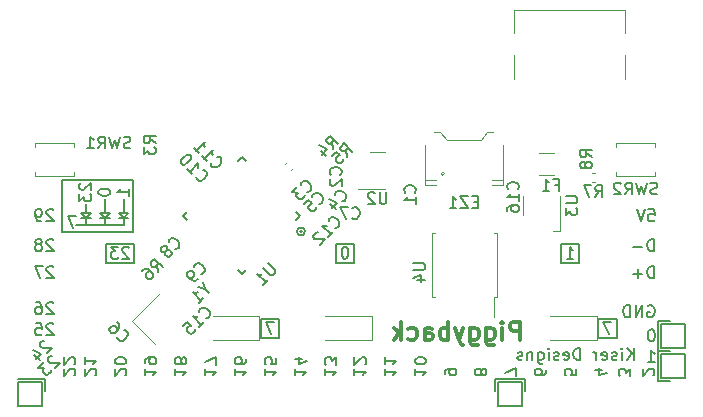
<source format=gbr>
%TF.GenerationSoftware,KiCad,Pcbnew,(6.0.10)*%
%TF.CreationDate,2023-03-18T11:22:51-05:00*%
%TF.ProjectId,Piggyback_2_0,50696767-7962-4616-936b-5f325f302e6b,rev?*%
%TF.SameCoordinates,Original*%
%TF.FileFunction,Legend,Bot*%
%TF.FilePolarity,Positive*%
%FSLAX46Y46*%
G04 Gerber Fmt 4.6, Leading zero omitted, Abs format (unit mm)*
G04 Created by KiCad (PCBNEW (6.0.10)) date 2023-03-18 11:22:51*
%MOMM*%
%LPD*%
G01*
G04 APERTURE LIST*
%ADD10C,0.150000*%
%ADD11C,0.200000*%
%ADD12C,0.300000*%
%ADD13C,0.120000*%
%ADD14C,0.127000*%
G04 APERTURE END LIST*
D10*
X90012500Y-81762500D02*
X90012500Y-81562500D01*
X89612500Y-80762500D02*
X90412500Y-80762500D01*
X121443750Y-94773750D02*
X121443750Y-95789750D01*
X88412500Y-80762500D02*
X88412500Y-80562500D01*
X130175000Y-91281250D02*
X130175000Y-89693750D01*
D11*
X135509000Y-92646500D02*
X137541000Y-92646500D01*
X137541000Y-92646500D02*
X137541000Y-94678500D01*
X137541000Y-94678500D02*
X135509000Y-94678500D01*
X135509000Y-94678500D02*
X135509000Y-92646500D01*
D10*
X90012500Y-80762500D02*
X90012500Y-80562500D01*
X136270999Y-89852500D02*
X135255000Y-89852500D01*
X90812500Y-77962500D02*
X90812500Y-82362500D01*
X88812500Y-81162500D02*
X88012500Y-81162500D01*
X90884375Y-84931250D02*
X88503125Y-84931250D01*
X88412500Y-81162500D02*
X88812500Y-81162500D01*
X128587500Y-84931250D02*
X127000000Y-84931250D01*
X127000000Y-83343750D02*
X128587500Y-83343750D01*
D11*
X135509000Y-90106500D02*
X137541000Y-90106500D01*
X137541000Y-90106500D02*
X137541000Y-92138500D01*
X137541000Y-92138500D02*
X135509000Y-92138500D01*
X135509000Y-92138500D02*
X135509000Y-90106500D01*
D10*
X86812500Y-81562500D02*
X86812500Y-81162500D01*
X86812500Y-81162500D02*
X86412500Y-80762500D01*
X90012500Y-81162500D02*
X89612500Y-81162500D01*
X86812500Y-80762500D02*
X86812500Y-80562500D01*
X107950000Y-83343750D02*
X109537500Y-83343750D01*
X87212500Y-81162500D02*
X86412500Y-81162500D01*
X131762500Y-89693750D02*
X131762500Y-91281250D01*
X105357702Y-82288325D02*
G75*
G03*
X105357702Y-82288325I-342422J0D01*
G01*
X103187500Y-89693750D02*
X103187500Y-91281250D01*
X123983750Y-95789750D02*
X123983750Y-94773750D01*
X89612500Y-81162500D02*
X90412500Y-81162500D01*
X130175000Y-89693750D02*
X131762500Y-89693750D01*
X83343750Y-94773750D02*
X83343750Y-95789750D01*
X109537500Y-83343750D02*
X109537500Y-84931250D01*
X86812500Y-81762500D02*
X86812500Y-81562500D01*
X128587500Y-83343750D02*
X128587500Y-84931250D01*
X90812500Y-82362500D02*
X84812500Y-82362500D01*
X90412500Y-80762500D02*
X90012500Y-81162500D01*
X88503125Y-83343750D02*
X90884375Y-83343750D01*
X109537500Y-84931250D02*
X107950000Y-84931250D01*
X127000000Y-84931250D02*
X127000000Y-83343750D01*
X81057750Y-94773750D02*
X83343750Y-94773750D01*
X135255000Y-92392500D02*
X136271000Y-92392500D01*
D11*
X121697750Y-95027750D02*
X123729750Y-95027750D01*
X123729750Y-95027750D02*
X123729750Y-97059750D01*
X123729750Y-97059750D02*
X121697750Y-97059750D01*
X121697750Y-97059750D02*
X121697750Y-95027750D01*
D10*
X90884375Y-83343750D02*
X90884375Y-84931250D01*
X101600000Y-89693750D02*
X103187500Y-89693750D01*
X88412500Y-81562500D02*
X88412500Y-81762500D01*
X135255000Y-92392500D02*
X135255000Y-94932499D01*
X87212500Y-80762500D02*
X86812500Y-81162500D01*
X131762500Y-91281250D02*
X130175000Y-91281250D01*
X88503125Y-84931250D02*
X88503125Y-83343750D01*
X88812500Y-80762500D02*
X88412500Y-81162500D01*
X101600000Y-91281250D02*
X101600000Y-89693750D01*
X90012500Y-81162500D02*
X89612500Y-80762500D01*
X123983750Y-94773750D02*
X121443750Y-94773750D01*
X84812500Y-82362500D02*
X84812500Y-77962500D01*
X90012500Y-81362500D02*
X90012500Y-81162500D01*
X88412500Y-79962500D02*
X88412500Y-79562500D01*
X88412500Y-79962500D02*
X88412500Y-80562500D01*
X86812500Y-81162500D02*
X87212500Y-81162500D01*
X103187500Y-91281250D02*
X101600000Y-91281250D01*
X86012500Y-81762500D02*
X90012500Y-81762500D01*
X88412500Y-81162500D02*
X88012500Y-80762500D01*
D11*
X81057750Y-95027750D02*
X83089750Y-95027750D01*
X83089750Y-95027750D02*
X83089750Y-97059750D01*
X83089750Y-97059750D02*
X81057750Y-97059750D01*
X81057750Y-97059750D02*
X81057750Y-95027750D01*
D10*
X90012500Y-80562500D02*
X90012500Y-79962500D01*
X86812500Y-80562500D02*
X86812500Y-79962500D01*
X90012500Y-79962500D02*
X90012500Y-79562500D01*
X135255000Y-89852500D02*
X135255000Y-92392500D01*
X107950000Y-84931250D02*
X107950000Y-83343750D01*
X86412500Y-80762500D02*
X87212500Y-80762500D01*
X88412500Y-81562500D02*
X88412500Y-81162500D01*
X84812500Y-77962500D02*
X90812500Y-77962500D01*
X135255000Y-94932499D02*
X136271000Y-94932500D01*
X88012500Y-80762500D02*
X88812500Y-80762500D01*
X90012500Y-81562500D02*
X90012500Y-81362500D01*
X134395595Y-88590500D02*
X134490833Y-88542880D01*
X134633690Y-88542880D01*
X134776547Y-88590500D01*
X134871785Y-88685738D01*
X134919404Y-88780976D01*
X134967023Y-88971452D01*
X134967023Y-89114309D01*
X134919404Y-89304785D01*
X134871785Y-89400023D01*
X134776547Y-89495261D01*
X134633690Y-89542880D01*
X134538452Y-89542880D01*
X134395595Y-89495261D01*
X134347976Y-89447642D01*
X134347976Y-89114309D01*
X134538452Y-89114309D01*
X133919404Y-89542880D02*
X133919404Y-88542880D01*
X133347976Y-89542880D01*
X133347976Y-88542880D01*
X132871785Y-89542880D02*
X132871785Y-88542880D01*
X132633690Y-88542880D01*
X132490833Y-88590500D01*
X132395595Y-88685738D01*
X132347976Y-88780976D01*
X132300357Y-88971452D01*
X132300357Y-89114309D01*
X132347976Y-89304785D01*
X132395595Y-89400023D01*
X132490833Y-89495261D01*
X132633690Y-89542880D01*
X132871785Y-89542880D01*
X130548035Y-94009583D02*
X129881369Y-94009583D01*
X130928988Y-94247678D02*
X130214702Y-94485773D01*
X130214702Y-93866726D01*
X84044285Y-85336119D02*
X83996666Y-85288500D01*
X83901428Y-85240880D01*
X83663333Y-85240880D01*
X83568095Y-85288500D01*
X83520476Y-85336119D01*
X83472857Y-85431357D01*
X83472857Y-85526595D01*
X83520476Y-85669452D01*
X84091904Y-86240880D01*
X83472857Y-86240880D01*
X83139523Y-85240880D02*
X82472857Y-85240880D01*
X82901428Y-86240880D01*
X134850130Y-94485773D02*
X134897750Y-94438154D01*
X134945369Y-94342916D01*
X134945369Y-94104821D01*
X134897750Y-94009583D01*
X134850130Y-93961964D01*
X134754892Y-93914345D01*
X134659654Y-93914345D01*
X134516797Y-93961964D01*
X133945369Y-94533392D01*
X133945369Y-93914345D01*
X134443214Y-80414880D02*
X134919404Y-80414880D01*
X134967023Y-80891071D01*
X134919404Y-80843452D01*
X134824166Y-80795833D01*
X134586071Y-80795833D01*
X134490833Y-80843452D01*
X134443214Y-80891071D01*
X134395595Y-80986309D01*
X134395595Y-81224404D01*
X134443214Y-81319642D01*
X134490833Y-81367261D01*
X134586071Y-81414880D01*
X134824166Y-81414880D01*
X134919404Y-81367261D01*
X134967023Y-81319642D01*
X134109880Y-80414880D02*
X133776547Y-81414880D01*
X133443214Y-80414880D01*
X99401369Y-93914345D02*
X99401369Y-94485773D01*
X99401369Y-94200059D02*
X100401369Y-94200059D01*
X100258511Y-94295297D01*
X100163273Y-94390535D01*
X100115654Y-94485773D01*
X100401369Y-93057202D02*
X100401369Y-93247678D01*
X100353750Y-93342916D01*
X100306130Y-93390535D01*
X100163273Y-93485773D01*
X99972797Y-93533392D01*
X99591845Y-93533392D01*
X99496607Y-93485773D01*
X99448988Y-93438154D01*
X99401369Y-93342916D01*
X99401369Y-93152440D01*
X99448988Y-93057202D01*
X99496607Y-93009583D01*
X99591845Y-92961964D01*
X99829940Y-92961964D01*
X99925178Y-93009583D01*
X99972797Y-93057202D01*
X100020416Y-93152440D01*
X100020416Y-93342916D01*
X99972797Y-93438154D01*
X99925178Y-93485773D01*
X99829940Y-93533392D01*
X133180730Y-93175748D02*
X133180730Y-92175748D01*
X132609302Y-93175748D02*
X133037873Y-92604320D01*
X132609302Y-92175748D02*
X133180730Y-92747177D01*
X132180730Y-93175748D02*
X132180730Y-92509082D01*
X132180730Y-92175748D02*
X132228349Y-92223368D01*
X132180730Y-92270987D01*
X132133111Y-92223368D01*
X132180730Y-92175748D01*
X132180730Y-92270987D01*
X131752159Y-93128129D02*
X131656921Y-93175748D01*
X131466445Y-93175748D01*
X131371207Y-93128129D01*
X131323588Y-93032891D01*
X131323588Y-92985272D01*
X131371207Y-92890034D01*
X131466445Y-92842415D01*
X131609302Y-92842415D01*
X131704540Y-92794796D01*
X131752159Y-92699558D01*
X131752159Y-92651939D01*
X131704540Y-92556701D01*
X131609302Y-92509082D01*
X131466445Y-92509082D01*
X131371207Y-92556701D01*
X130514064Y-93128129D02*
X130609302Y-93175748D01*
X130799778Y-93175748D01*
X130895016Y-93128129D01*
X130942635Y-93032891D01*
X130942635Y-92651939D01*
X130895016Y-92556701D01*
X130799778Y-92509082D01*
X130609302Y-92509082D01*
X130514064Y-92556701D01*
X130466445Y-92651939D01*
X130466445Y-92747177D01*
X130942635Y-92842415D01*
X130037873Y-93175748D02*
X130037873Y-92509082D01*
X130037873Y-92699558D02*
X129990254Y-92604320D01*
X129942635Y-92556701D01*
X129847397Y-92509082D01*
X129752159Y-92509082D01*
X128656921Y-93175748D02*
X128656921Y-92175748D01*
X128418826Y-92175748D01*
X128275969Y-92223368D01*
X128180730Y-92318606D01*
X128133111Y-92413844D01*
X128085492Y-92604320D01*
X128085492Y-92747177D01*
X128133111Y-92937653D01*
X128180730Y-93032891D01*
X128275969Y-93128129D01*
X128418826Y-93175748D01*
X128656921Y-93175748D01*
X127275969Y-93128129D02*
X127371207Y-93175748D01*
X127561683Y-93175748D01*
X127656921Y-93128129D01*
X127704540Y-93032891D01*
X127704540Y-92651939D01*
X127656921Y-92556701D01*
X127561683Y-92509082D01*
X127371207Y-92509082D01*
X127275969Y-92556701D01*
X127228349Y-92651939D01*
X127228349Y-92747177D01*
X127704540Y-92842415D01*
X126847397Y-93128129D02*
X126752159Y-93175748D01*
X126561683Y-93175748D01*
X126466445Y-93128129D01*
X126418826Y-93032891D01*
X126418826Y-92985272D01*
X126466445Y-92890034D01*
X126561683Y-92842415D01*
X126704540Y-92842415D01*
X126799778Y-92794796D01*
X126847397Y-92699558D01*
X126847397Y-92651939D01*
X126799778Y-92556701D01*
X126704540Y-92509082D01*
X126561683Y-92509082D01*
X126466445Y-92556701D01*
X125990254Y-93175748D02*
X125990254Y-92509082D01*
X125990254Y-92175748D02*
X126037873Y-92223368D01*
X125990254Y-92270987D01*
X125942635Y-92223368D01*
X125990254Y-92175748D01*
X125990254Y-92270987D01*
X125085492Y-92509082D02*
X125085492Y-93318606D01*
X125133111Y-93413844D01*
X125180730Y-93461463D01*
X125275969Y-93509082D01*
X125418826Y-93509082D01*
X125514064Y-93461463D01*
X125085492Y-93128129D02*
X125180730Y-93175748D01*
X125371207Y-93175748D01*
X125466445Y-93128129D01*
X125514064Y-93080510D01*
X125561683Y-92985272D01*
X125561683Y-92699558D01*
X125514064Y-92604320D01*
X125466445Y-92556701D01*
X125371207Y-92509082D01*
X125180730Y-92509082D01*
X125085492Y-92556701D01*
X124609302Y-92509082D02*
X124609302Y-93175748D01*
X124609302Y-92604320D02*
X124561683Y-92556701D01*
X124466445Y-92509082D01*
X124323588Y-92509082D01*
X124228349Y-92556701D01*
X124180730Y-92651939D01*
X124180730Y-93175748D01*
X123752159Y-93128129D02*
X123656921Y-93175748D01*
X123466445Y-93175748D01*
X123371207Y-93128129D01*
X123323588Y-93032891D01*
X123323588Y-92985272D01*
X123371207Y-92890034D01*
X123466445Y-92842415D01*
X123609302Y-92842415D01*
X123704540Y-92794796D01*
X123752159Y-92699558D01*
X123752159Y-92651939D01*
X123704540Y-92556701D01*
X123609302Y-92509082D01*
X123466445Y-92509082D01*
X123371207Y-92556701D01*
X90146130Y-94485773D02*
X90193750Y-94438154D01*
X90241369Y-94342916D01*
X90241369Y-94104821D01*
X90193750Y-94009583D01*
X90146130Y-93961964D01*
X90050892Y-93914345D01*
X89955654Y-93914345D01*
X89812797Y-93961964D01*
X89241369Y-94533392D01*
X89241369Y-93914345D01*
X90241369Y-93295297D02*
X90241369Y-93200059D01*
X90193750Y-93104821D01*
X90146130Y-93057202D01*
X90050892Y-93009583D01*
X89860416Y-92961964D01*
X89622321Y-92961964D01*
X89431845Y-93009583D01*
X89336607Y-93057202D01*
X89288988Y-93104821D01*
X89241369Y-93200059D01*
X89241369Y-93295297D01*
X89288988Y-93390535D01*
X89336607Y-93438154D01*
X89431845Y-93485773D01*
X89622321Y-93533392D01*
X89860416Y-93533392D01*
X90050892Y-93485773D01*
X90146130Y-93438154D01*
X90193750Y-93390535D01*
X90241369Y-93295297D01*
X84044285Y-88384119D02*
X83996666Y-88336500D01*
X83901428Y-88288880D01*
X83663333Y-88288880D01*
X83568095Y-88336500D01*
X83520476Y-88384119D01*
X83472857Y-88479357D01*
X83472857Y-88574595D01*
X83520476Y-88717452D01*
X84091904Y-89288880D01*
X83472857Y-89288880D01*
X82615714Y-88288880D02*
X82806190Y-88288880D01*
X82901428Y-88336500D01*
X82949047Y-88384119D01*
X83044285Y-88526976D01*
X83091904Y-88717452D01*
X83091904Y-89098404D01*
X83044285Y-89193642D01*
X82996666Y-89241261D01*
X82901428Y-89288880D01*
X82710952Y-89288880D01*
X82615714Y-89241261D01*
X82568095Y-89193642D01*
X82520476Y-89098404D01*
X82520476Y-88860309D01*
X82568095Y-88765071D01*
X82615714Y-88717452D01*
X82710952Y-88669833D01*
X82901428Y-88669833D01*
X82996666Y-88717452D01*
X83044285Y-88765071D01*
X83091904Y-88860309D01*
X85945833Y-81014880D02*
X85279166Y-81014880D01*
X85707738Y-82014880D01*
X101941369Y-93914345D02*
X101941369Y-94485773D01*
X101941369Y-94200059D02*
X102941369Y-94200059D01*
X102798511Y-94295297D01*
X102703273Y-94390535D01*
X102655654Y-94485773D01*
X102941369Y-93009583D02*
X102941369Y-93485773D01*
X102465178Y-93533392D01*
X102512797Y-93485773D01*
X102560416Y-93390535D01*
X102560416Y-93152440D01*
X102512797Y-93057202D01*
X102465178Y-93009583D01*
X102369940Y-92961964D01*
X102131845Y-92961964D01*
X102036607Y-93009583D01*
X101988988Y-93057202D01*
X101941369Y-93152440D01*
X101941369Y-93390535D01*
X101988988Y-93485773D01*
X102036607Y-93533392D01*
X84044285Y-90162119D02*
X83996666Y-90114500D01*
X83901428Y-90066880D01*
X83663333Y-90066880D01*
X83568095Y-90114500D01*
X83520476Y-90162119D01*
X83472857Y-90257357D01*
X83472857Y-90352595D01*
X83520476Y-90495452D01*
X84091904Y-91066880D01*
X83472857Y-91066880D01*
X82568095Y-90066880D02*
X83044285Y-90066880D01*
X83091904Y-90543071D01*
X83044285Y-90495452D01*
X82949047Y-90447833D01*
X82710952Y-90447833D01*
X82615714Y-90495452D01*
X82568095Y-90543071D01*
X82520476Y-90638309D01*
X82520476Y-90876404D01*
X82568095Y-90971642D01*
X82615714Y-91019261D01*
X82710952Y-91066880D01*
X82949047Y-91066880D01*
X83044285Y-91019261D01*
X83091904Y-90971642D01*
X83933307Y-92801955D02*
X83865963Y-92801955D01*
X83764948Y-92835627D01*
X83596589Y-93003985D01*
X83562918Y-93105001D01*
X83562918Y-93172344D01*
X83596589Y-93273359D01*
X83663933Y-93340703D01*
X83798620Y-93408046D01*
X84606742Y-93408046D01*
X84169009Y-93845779D01*
X83226200Y-93374375D02*
X82788467Y-93812107D01*
X83293544Y-93845779D01*
X83192528Y-93946794D01*
X83158857Y-94047810D01*
X83158857Y-94115153D01*
X83192528Y-94216168D01*
X83360887Y-94384527D01*
X83461902Y-94418199D01*
X83529246Y-94418199D01*
X83630261Y-94384527D01*
X83832292Y-94182497D01*
X83865963Y-94081481D01*
X83865963Y-94014138D01*
X134919404Y-86240880D02*
X134919404Y-85240880D01*
X134681309Y-85240880D01*
X134538452Y-85288500D01*
X134443214Y-85383738D01*
X134395595Y-85478976D01*
X134347976Y-85669452D01*
X134347976Y-85812309D01*
X134395595Y-86002785D01*
X134443214Y-86098023D01*
X134538452Y-86193261D01*
X134681309Y-86240880D01*
X134919404Y-86240880D01*
X133919404Y-85859928D02*
X133157500Y-85859928D01*
X133538452Y-86240880D02*
X133538452Y-85478976D01*
X134728928Y-90574880D02*
X134633690Y-90574880D01*
X134538452Y-90622500D01*
X134490833Y-90670119D01*
X134443214Y-90765357D01*
X134395595Y-90955833D01*
X134395595Y-91193928D01*
X134443214Y-91384404D01*
X134490833Y-91479642D01*
X134538452Y-91527261D01*
X134633690Y-91574880D01*
X134728928Y-91574880D01*
X134824166Y-91527261D01*
X134871785Y-91479642D01*
X134919404Y-91384404D01*
X134967023Y-91193928D01*
X134967023Y-90955833D01*
X134919404Y-90765357D01*
X134871785Y-90670119D01*
X134824166Y-90622500D01*
X134728928Y-90574880D01*
X86350119Y-78200595D02*
X86302500Y-78248214D01*
X86254880Y-78343452D01*
X86254880Y-78581547D01*
X86302500Y-78676785D01*
X86350119Y-78724404D01*
X86445357Y-78772023D01*
X86540595Y-78772023D01*
X86683452Y-78724404D01*
X87254880Y-78152976D01*
X87254880Y-78772023D01*
X86254880Y-79105357D02*
X86254880Y-79724404D01*
X86635833Y-79391071D01*
X86635833Y-79533928D01*
X86683452Y-79629166D01*
X86731071Y-79676785D01*
X86826309Y-79724404D01*
X87064404Y-79724404D01*
X87159642Y-79676785D01*
X87207261Y-79629166D01*
X87254880Y-79533928D01*
X87254880Y-79248214D01*
X87207261Y-79152976D01*
X87159642Y-79105357D01*
X87864880Y-78914880D02*
X87864880Y-79010119D01*
X87912500Y-79105357D01*
X87960119Y-79152976D01*
X88055357Y-79200595D01*
X88245833Y-79248214D01*
X88483928Y-79248214D01*
X88674404Y-79200595D01*
X88769642Y-79152976D01*
X88817261Y-79105357D01*
X88864880Y-79010119D01*
X88864880Y-78914880D01*
X88817261Y-78819642D01*
X88769642Y-78772023D01*
X88674404Y-78724404D01*
X88483928Y-78676785D01*
X88245833Y-78676785D01*
X88055357Y-78724404D01*
X87960119Y-78772023D01*
X87912500Y-78819642D01*
X87864880Y-78914880D01*
X90474880Y-79248214D02*
X90474880Y-78676785D01*
X90474880Y-78962500D02*
X89474880Y-78962500D01*
X89617738Y-78867261D01*
X89712976Y-78772023D01*
X89760595Y-78676785D01*
X102727083Y-89939880D02*
X102060416Y-89939880D01*
X102488988Y-90939880D01*
D12*
X123554464Y-91441071D02*
X123554464Y-89941071D01*
X122983035Y-89941071D01*
X122840178Y-90012500D01*
X122768750Y-90083928D01*
X122697321Y-90226785D01*
X122697321Y-90441071D01*
X122768750Y-90583928D01*
X122840178Y-90655357D01*
X122983035Y-90726785D01*
X123554464Y-90726785D01*
X122054464Y-91441071D02*
X122054464Y-90441071D01*
X122054464Y-89941071D02*
X122125892Y-90012500D01*
X122054464Y-90083928D01*
X121983035Y-90012500D01*
X122054464Y-89941071D01*
X122054464Y-90083928D01*
X120697321Y-90441071D02*
X120697321Y-91655357D01*
X120768750Y-91798214D01*
X120840178Y-91869642D01*
X120983035Y-91941071D01*
X121197321Y-91941071D01*
X121340178Y-91869642D01*
X120697321Y-91369642D02*
X120840178Y-91441071D01*
X121125892Y-91441071D01*
X121268750Y-91369642D01*
X121340178Y-91298214D01*
X121411607Y-91155357D01*
X121411607Y-90726785D01*
X121340178Y-90583928D01*
X121268750Y-90512500D01*
X121125892Y-90441071D01*
X120840178Y-90441071D01*
X120697321Y-90512500D01*
X119340178Y-90441071D02*
X119340178Y-91655357D01*
X119411607Y-91798214D01*
X119483035Y-91869642D01*
X119625892Y-91941071D01*
X119840178Y-91941071D01*
X119983035Y-91869642D01*
X119340178Y-91369642D02*
X119483035Y-91441071D01*
X119768750Y-91441071D01*
X119911607Y-91369642D01*
X119983035Y-91298214D01*
X120054464Y-91155357D01*
X120054464Y-90726785D01*
X119983035Y-90583928D01*
X119911607Y-90512500D01*
X119768750Y-90441071D01*
X119483035Y-90441071D01*
X119340178Y-90512500D01*
X118768750Y-90441071D02*
X118411607Y-91441071D01*
X118054464Y-90441071D02*
X118411607Y-91441071D01*
X118554464Y-91798214D01*
X118625892Y-91869642D01*
X118768750Y-91941071D01*
X117483035Y-91441071D02*
X117483035Y-89941071D01*
X117483035Y-90512500D02*
X117340178Y-90441071D01*
X117054464Y-90441071D01*
X116911607Y-90512500D01*
X116840178Y-90583928D01*
X116768750Y-90726785D01*
X116768750Y-91155357D01*
X116840178Y-91298214D01*
X116911607Y-91369642D01*
X117054464Y-91441071D01*
X117340178Y-91441071D01*
X117483035Y-91369642D01*
X115483035Y-91441071D02*
X115483035Y-90655357D01*
X115554464Y-90512500D01*
X115697321Y-90441071D01*
X115983035Y-90441071D01*
X116125892Y-90512500D01*
X115483035Y-91369642D02*
X115625892Y-91441071D01*
X115983035Y-91441071D01*
X116125892Y-91369642D01*
X116197321Y-91226785D01*
X116197321Y-91083928D01*
X116125892Y-90941071D01*
X115983035Y-90869642D01*
X115625892Y-90869642D01*
X115483035Y-90798214D01*
X114125892Y-91369642D02*
X114268750Y-91441071D01*
X114554464Y-91441071D01*
X114697321Y-91369642D01*
X114768750Y-91298214D01*
X114840178Y-91155357D01*
X114840178Y-90726785D01*
X114768750Y-90583928D01*
X114697321Y-90512500D01*
X114554464Y-90441071D01*
X114268750Y-90441071D01*
X114125892Y-90512500D01*
X113483035Y-91441071D02*
X113483035Y-89941071D01*
X113340178Y-90869642D02*
X112911607Y-91441071D01*
X112911607Y-90441071D02*
X113483035Y-91012500D01*
D10*
X84044285Y-83050119D02*
X83996666Y-83002500D01*
X83901428Y-82954880D01*
X83663333Y-82954880D01*
X83568095Y-83002500D01*
X83520476Y-83050119D01*
X83472857Y-83145357D01*
X83472857Y-83240595D01*
X83520476Y-83383452D01*
X84091904Y-83954880D01*
X83472857Y-83954880D01*
X82901428Y-83383452D02*
X82996666Y-83335833D01*
X83044285Y-83288214D01*
X83091904Y-83192976D01*
X83091904Y-83145357D01*
X83044285Y-83050119D01*
X82996666Y-83002500D01*
X82901428Y-82954880D01*
X82710952Y-82954880D01*
X82615714Y-83002500D01*
X82568095Y-83050119D01*
X82520476Y-83145357D01*
X82520476Y-83192976D01*
X82568095Y-83288214D01*
X82615714Y-83335833D01*
X82710952Y-83383452D01*
X82901428Y-83383452D01*
X82996666Y-83431071D01*
X83044285Y-83478690D01*
X83091904Y-83573928D01*
X83091904Y-83764404D01*
X83044285Y-83859642D01*
X82996666Y-83907261D01*
X82901428Y-83954880D01*
X82710952Y-83954880D01*
X82615714Y-83907261D01*
X82568095Y-83859642D01*
X82520476Y-83764404D01*
X82520476Y-83573928D01*
X82568095Y-83478690D01*
X82615714Y-83431071D01*
X82710952Y-83383452D01*
X123261369Y-94533392D02*
X123261369Y-93866726D01*
X122261369Y-94295297D01*
X132913369Y-94533392D02*
X132913369Y-93914345D01*
X132532416Y-94247678D01*
X132532416Y-94104821D01*
X132484797Y-94009583D01*
X132437178Y-93961964D01*
X132341940Y-93914345D01*
X132103845Y-93914345D01*
X132008607Y-93961964D01*
X131960988Y-94009583D01*
X131913369Y-94104821D01*
X131913369Y-94390535D01*
X131960988Y-94485773D01*
X132008607Y-94533392D01*
X131302083Y-89939880D02*
X130635416Y-89939880D01*
X131063988Y-90939880D01*
X134919404Y-83954880D02*
X134919404Y-82954880D01*
X134681309Y-82954880D01*
X134538452Y-83002500D01*
X134443214Y-83097738D01*
X134395595Y-83192976D01*
X134347976Y-83383452D01*
X134347976Y-83526309D01*
X134395595Y-83716785D01*
X134443214Y-83812023D01*
X134538452Y-83907261D01*
X134681309Y-83954880D01*
X134919404Y-83954880D01*
X133919404Y-83573928D02*
X133157500Y-83573928D01*
X127508035Y-84589880D02*
X128079464Y-84589880D01*
X127793750Y-84589880D02*
X127793750Y-83589880D01*
X127888988Y-83732738D01*
X127984226Y-83827976D01*
X128079464Y-83875595D01*
X84044285Y-80510119D02*
X83996666Y-80462500D01*
X83901428Y-80414880D01*
X83663333Y-80414880D01*
X83568095Y-80462500D01*
X83520476Y-80510119D01*
X83472857Y-80605357D01*
X83472857Y-80700595D01*
X83520476Y-80843452D01*
X84091904Y-81414880D01*
X83472857Y-81414880D01*
X82996666Y-81414880D02*
X82806190Y-81414880D01*
X82710952Y-81367261D01*
X82663333Y-81319642D01*
X82568095Y-81176785D01*
X82520476Y-80986309D01*
X82520476Y-80605357D01*
X82568095Y-80510119D01*
X82615714Y-80462500D01*
X82710952Y-80414880D01*
X82901428Y-80414880D01*
X82996666Y-80462500D01*
X83044285Y-80510119D01*
X83091904Y-80605357D01*
X83091904Y-80843452D01*
X83044285Y-80938690D01*
X82996666Y-80986309D01*
X82901428Y-81033928D01*
X82710952Y-81033928D01*
X82615714Y-80986309D01*
X82568095Y-80938690D01*
X82520476Y-80843452D01*
X94321369Y-93914345D02*
X94321369Y-94485773D01*
X94321369Y-94200059D02*
X95321369Y-94200059D01*
X95178511Y-94295297D01*
X95083273Y-94390535D01*
X95035654Y-94485773D01*
X94892797Y-93342916D02*
X94940416Y-93438154D01*
X94988035Y-93485773D01*
X95083273Y-93533392D01*
X95130892Y-93533392D01*
X95226130Y-93485773D01*
X95273750Y-93438154D01*
X95321369Y-93342916D01*
X95321369Y-93152440D01*
X95273750Y-93057202D01*
X95226130Y-93009583D01*
X95130892Y-92961964D01*
X95083273Y-92961964D01*
X94988035Y-93009583D01*
X94940416Y-93057202D01*
X94892797Y-93152440D01*
X94892797Y-93342916D01*
X94845178Y-93438154D01*
X94797559Y-93485773D01*
X94702321Y-93533392D01*
X94511845Y-93533392D01*
X94416607Y-93485773D01*
X94368988Y-93438154D01*
X94321369Y-93342916D01*
X94321369Y-93152440D01*
X94368988Y-93057202D01*
X94416607Y-93009583D01*
X94511845Y-92961964D01*
X94702321Y-92961964D01*
X94797559Y-93009583D01*
X94845178Y-93057202D01*
X94892797Y-93152440D01*
X104481369Y-93914345D02*
X104481369Y-94485773D01*
X104481369Y-94200059D02*
X105481369Y-94200059D01*
X105338511Y-94295297D01*
X105243273Y-94390535D01*
X105195654Y-94485773D01*
X105148035Y-93057202D02*
X104481369Y-93057202D01*
X105528988Y-93295297D02*
X104814702Y-93533392D01*
X104814702Y-92914345D01*
X112101369Y-93914345D02*
X112101369Y-94485773D01*
X112101369Y-94200059D02*
X113101369Y-94200059D01*
X112958511Y-94295297D01*
X112863273Y-94390535D01*
X112815654Y-94485773D01*
X112101369Y-92961964D02*
X112101369Y-93533392D01*
X112101369Y-93247678D02*
X113101369Y-93247678D01*
X112958511Y-93342916D01*
X112863273Y-93438154D01*
X112815654Y-93533392D01*
X128341369Y-93961964D02*
X128341369Y-94438154D01*
X127865178Y-94485773D01*
X127912797Y-94438154D01*
X127960416Y-94342916D01*
X127960416Y-94104821D01*
X127912797Y-94009583D01*
X127865178Y-93961964D01*
X127769940Y-93914345D01*
X127531845Y-93914345D01*
X127436607Y-93961964D01*
X127388988Y-94009583D01*
X127341369Y-94104821D01*
X127341369Y-94342916D01*
X127388988Y-94438154D01*
X127436607Y-94485773D01*
X120292797Y-94295297D02*
X120340416Y-94390535D01*
X120388035Y-94438154D01*
X120483273Y-94485773D01*
X120530892Y-94485773D01*
X120626130Y-94438154D01*
X120673750Y-94390535D01*
X120721369Y-94295297D01*
X120721369Y-94104821D01*
X120673750Y-94009583D01*
X120626130Y-93961964D01*
X120530892Y-93914345D01*
X120483273Y-93914345D01*
X120388035Y-93961964D01*
X120340416Y-94009583D01*
X120292797Y-94104821D01*
X120292797Y-94295297D01*
X120245178Y-94390535D01*
X120197559Y-94438154D01*
X120102321Y-94485773D01*
X119911845Y-94485773D01*
X119816607Y-94438154D01*
X119768988Y-94390535D01*
X119721369Y-94295297D01*
X119721369Y-94104821D01*
X119768988Y-94009583D01*
X119816607Y-93961964D01*
X119911845Y-93914345D01*
X120102321Y-93914345D01*
X120197559Y-93961964D01*
X120245178Y-94009583D01*
X120292797Y-94104821D01*
X117181369Y-94390535D02*
X117181369Y-94200059D01*
X117228988Y-94104821D01*
X117276607Y-94057202D01*
X117419464Y-93961964D01*
X117609940Y-93914345D01*
X117990892Y-93914345D01*
X118086130Y-93961964D01*
X118133750Y-94009583D01*
X118181369Y-94104821D01*
X118181369Y-94295297D01*
X118133750Y-94390535D01*
X118086130Y-94438154D01*
X117990892Y-94485773D01*
X117752797Y-94485773D01*
X117657559Y-94438154D01*
X117609940Y-94390535D01*
X117562321Y-94295297D01*
X117562321Y-94104821D01*
X117609940Y-94009583D01*
X117657559Y-93961964D01*
X117752797Y-93914345D01*
X90455654Y-83685119D02*
X90408035Y-83637500D01*
X90312797Y-83589880D01*
X90074702Y-83589880D01*
X89979464Y-83637500D01*
X89931845Y-83685119D01*
X89884226Y-83780357D01*
X89884226Y-83875595D01*
X89931845Y-84018452D01*
X90503273Y-84589880D01*
X89884226Y-84589880D01*
X89550892Y-83589880D02*
X88931845Y-83589880D01*
X89265178Y-83970833D01*
X89122321Y-83970833D01*
X89027083Y-84018452D01*
X88979464Y-84066071D01*
X88931845Y-84161309D01*
X88931845Y-84399404D01*
X88979464Y-84494642D01*
X89027083Y-84542261D01*
X89122321Y-84589880D01*
X89408035Y-84589880D01*
X89503273Y-84542261D01*
X89550892Y-84494642D01*
X114637073Y-93907422D02*
X114637073Y-94478850D01*
X114637073Y-94193136D02*
X115637073Y-94193136D01*
X115494215Y-94288374D01*
X115398977Y-94383612D01*
X115351358Y-94478850D01*
X115637073Y-93288374D02*
X115637073Y-93193136D01*
X115589454Y-93097898D01*
X115541834Y-93050279D01*
X115446596Y-93002660D01*
X115256120Y-92955041D01*
X115018025Y-92955041D01*
X114827549Y-93002660D01*
X114732311Y-93050279D01*
X114684692Y-93097898D01*
X114637073Y-93193136D01*
X114637073Y-93288374D01*
X114684692Y-93383612D01*
X114732311Y-93431231D01*
X114827549Y-93478850D01*
X115018025Y-93526469D01*
X115256120Y-93526469D01*
X115446596Y-93478850D01*
X115541834Y-93431231D01*
X115589454Y-93383612D01*
X115637073Y-93288374D01*
X107021369Y-93914345D02*
X107021369Y-94485773D01*
X107021369Y-94200059D02*
X108021369Y-94200059D01*
X107878511Y-94295297D01*
X107783273Y-94390535D01*
X107735654Y-94485773D01*
X108021369Y-93581011D02*
X108021369Y-92961964D01*
X107640416Y-93295297D01*
X107640416Y-93152440D01*
X107592797Y-93057202D01*
X107545178Y-93009583D01*
X107449940Y-92961964D01*
X107211845Y-92961964D01*
X107116607Y-93009583D01*
X107068988Y-93057202D01*
X107021369Y-93152440D01*
X107021369Y-93438154D01*
X107068988Y-93533392D01*
X107116607Y-93581011D01*
X87606130Y-94485773D02*
X87653750Y-94438154D01*
X87701369Y-94342916D01*
X87701369Y-94104821D01*
X87653750Y-94009583D01*
X87606130Y-93961964D01*
X87510892Y-93914345D01*
X87415654Y-93914345D01*
X87272797Y-93961964D01*
X86701369Y-94533392D01*
X86701369Y-93914345D01*
X86701369Y-92961964D02*
X86701369Y-93533392D01*
X86701369Y-93247678D02*
X87701369Y-93247678D01*
X87558511Y-93342916D01*
X87463273Y-93438154D01*
X87415654Y-93533392D01*
X83288994Y-91553492D02*
X83221650Y-91553492D01*
X83120635Y-91587164D01*
X82952276Y-91755522D01*
X82918605Y-91856538D01*
X82918605Y-91923881D01*
X82952276Y-92024896D01*
X83019620Y-92092240D01*
X83154307Y-92159583D01*
X83962429Y-92159583D01*
X83524696Y-92597316D01*
X82447200Y-92732003D02*
X82918605Y-93203408D01*
X82346185Y-92294270D02*
X83019620Y-92630988D01*
X82581887Y-93068721D01*
X96861369Y-93914345D02*
X96861369Y-94485773D01*
X96861369Y-94200059D02*
X97861369Y-94200059D01*
X97718511Y-94295297D01*
X97623273Y-94390535D01*
X97575654Y-94485773D01*
X97861369Y-93581011D02*
X97861369Y-92914345D01*
X96861369Y-93342916D01*
X85828130Y-94485773D02*
X85875750Y-94438154D01*
X85923369Y-94342916D01*
X85923369Y-94104821D01*
X85875750Y-94009583D01*
X85828130Y-93961964D01*
X85732892Y-93914345D01*
X85637654Y-93914345D01*
X85494797Y-93961964D01*
X84923369Y-94533392D01*
X84923369Y-93914345D01*
X85828130Y-93533392D02*
X85875750Y-93485773D01*
X85923369Y-93390535D01*
X85923369Y-93152440D01*
X85875750Y-93057202D01*
X85828130Y-93009583D01*
X85732892Y-92961964D01*
X85637654Y-92961964D01*
X85494797Y-93009583D01*
X84923369Y-93581011D01*
X84923369Y-92961964D01*
X125801369Y-94009583D02*
X125801369Y-94200059D01*
X125753750Y-94295297D01*
X125706130Y-94342916D01*
X125563273Y-94438154D01*
X125372797Y-94485773D01*
X124991845Y-94485773D01*
X124896607Y-94438154D01*
X124848988Y-94390535D01*
X124801369Y-94295297D01*
X124801369Y-94104821D01*
X124848988Y-94009583D01*
X124896607Y-93961964D01*
X124991845Y-93914345D01*
X125229940Y-93914345D01*
X125325178Y-93961964D01*
X125372797Y-94009583D01*
X125420416Y-94104821D01*
X125420416Y-94295297D01*
X125372797Y-94390535D01*
X125325178Y-94438154D01*
X125229940Y-94485773D01*
X109550984Y-93909569D02*
X109550984Y-94480997D01*
X109550984Y-94195283D02*
X110550984Y-94195283D01*
X110408126Y-94290521D01*
X110312888Y-94385759D01*
X110265269Y-94480997D01*
X110455745Y-93528616D02*
X110503365Y-93480997D01*
X110550984Y-93385759D01*
X110550984Y-93147664D01*
X110503365Y-93052426D01*
X110455745Y-93004807D01*
X110360507Y-92957188D01*
X110265269Y-92957188D01*
X110122412Y-93004807D01*
X109550984Y-93576235D01*
X109550984Y-92957188D01*
X134395595Y-93352880D02*
X134967023Y-93352880D01*
X134681309Y-93352880D02*
X134681309Y-92352880D01*
X134776547Y-92495738D01*
X134871785Y-92590976D01*
X134967023Y-92638595D01*
X108791369Y-83589880D02*
X108696130Y-83589880D01*
X108600892Y-83637500D01*
X108553273Y-83685119D01*
X108505654Y-83780357D01*
X108458035Y-83970833D01*
X108458035Y-84208928D01*
X108505654Y-84399404D01*
X108553273Y-84494642D01*
X108600892Y-84542261D01*
X108696130Y-84589880D01*
X108791369Y-84589880D01*
X108886607Y-84542261D01*
X108934226Y-84494642D01*
X108981845Y-84399404D01*
X109029464Y-84208928D01*
X109029464Y-83970833D01*
X108981845Y-83780357D01*
X108934226Y-83685119D01*
X108886607Y-83637500D01*
X108791369Y-83589880D01*
X91781369Y-93914345D02*
X91781369Y-94485773D01*
X91781369Y-94200059D02*
X92781369Y-94200059D01*
X92638511Y-94295297D01*
X92543273Y-94390535D01*
X92495654Y-94485773D01*
X91781369Y-93438154D02*
X91781369Y-93247678D01*
X91828988Y-93152440D01*
X91876607Y-93104821D01*
X92019464Y-93009583D01*
X92209940Y-92961964D01*
X92590892Y-92961964D01*
X92686130Y-93009583D01*
X92733750Y-93057202D01*
X92781369Y-93152440D01*
X92781369Y-93342916D01*
X92733750Y-93438154D01*
X92686130Y-93485773D01*
X92590892Y-93533392D01*
X92352797Y-93533392D01*
X92257559Y-93485773D01*
X92209940Y-93438154D01*
X92162321Y-93342916D01*
X92162321Y-93152440D01*
X92209940Y-93057202D01*
X92257559Y-93009583D01*
X92352797Y-92961964D01*
%TO.C,SWR1*%
X90571721Y-75206102D02*
X90428864Y-75253721D01*
X90190768Y-75253721D01*
X90095530Y-75206102D01*
X90047911Y-75158483D01*
X90000292Y-75063245D01*
X90000292Y-74968007D01*
X90047911Y-74872769D01*
X90095530Y-74825150D01*
X90190768Y-74777531D01*
X90381245Y-74729912D01*
X90476483Y-74682293D01*
X90524102Y-74634674D01*
X90571721Y-74539436D01*
X90571721Y-74444198D01*
X90524102Y-74348960D01*
X90476483Y-74301341D01*
X90381245Y-74253721D01*
X90143149Y-74253721D01*
X90000292Y-74301341D01*
X89666959Y-74253721D02*
X89428864Y-75253721D01*
X89238388Y-74539436D01*
X89047911Y-75253721D01*
X88809816Y-74253721D01*
X87857435Y-75253721D02*
X88190768Y-74777531D01*
X88428864Y-75253721D02*
X88428864Y-74253721D01*
X88047911Y-74253721D01*
X87952673Y-74301341D01*
X87905054Y-74348960D01*
X87857435Y-74444198D01*
X87857435Y-74587055D01*
X87905054Y-74682293D01*
X87952673Y-74729912D01*
X88047911Y-74777531D01*
X88428864Y-74777531D01*
X86905054Y-75253721D02*
X87476483Y-75253721D01*
X87190768Y-75253721D02*
X87190768Y-74253721D01*
X87286007Y-74396579D01*
X87381245Y-74491817D01*
X87476483Y-74539436D01*
%TO.C,R8*%
X129652380Y-76003333D02*
X129176190Y-75670000D01*
X129652380Y-75431904D02*
X128652380Y-75431904D01*
X128652380Y-75812857D01*
X128700000Y-75908095D01*
X128747619Y-75955714D01*
X128842857Y-76003333D01*
X128985714Y-76003333D01*
X129080952Y-75955714D01*
X129128571Y-75908095D01*
X129176190Y-75812857D01*
X129176190Y-75431904D01*
X129080952Y-76574761D02*
X129033333Y-76479523D01*
X128985714Y-76431904D01*
X128890476Y-76384285D01*
X128842857Y-76384285D01*
X128747619Y-76431904D01*
X128700000Y-76479523D01*
X128652380Y-76574761D01*
X128652380Y-76765238D01*
X128700000Y-76860476D01*
X128747619Y-76908095D01*
X128842857Y-76955714D01*
X128890476Y-76955714D01*
X128985714Y-76908095D01*
X129033333Y-76860476D01*
X129080952Y-76765238D01*
X129080952Y-76574761D01*
X129128571Y-76479523D01*
X129176190Y-76431904D01*
X129271428Y-76384285D01*
X129461904Y-76384285D01*
X129557142Y-76431904D01*
X129604761Y-76479523D01*
X129652380Y-76574761D01*
X129652380Y-76765238D01*
X129604761Y-76860476D01*
X129557142Y-76908095D01*
X129461904Y-76955714D01*
X129271428Y-76955714D01*
X129176190Y-76908095D01*
X129128571Y-76860476D01*
X129080952Y-76765238D01*
%TO.C,Y1*%
X96869881Y-87166446D02*
X97206599Y-87503164D01*
X96735194Y-86560355D02*
X96869881Y-87166446D01*
X96263790Y-87031759D01*
X96364805Y-88344957D02*
X96768866Y-87940896D01*
X96566835Y-88142927D02*
X95859729Y-87435820D01*
X96028087Y-87469492D01*
X96162774Y-87469492D01*
X96263790Y-87435820D01*
%TO.C,C8*%
X94390389Y-83794687D02*
X94457732Y-83794687D01*
X94592419Y-83727343D01*
X94659763Y-83660000D01*
X94727106Y-83525312D01*
X94727106Y-83390625D01*
X94693435Y-83289610D01*
X94592419Y-83121251D01*
X94491404Y-83020236D01*
X94323045Y-82919221D01*
X94222030Y-82885549D01*
X94087343Y-82885549D01*
X93952656Y-82952893D01*
X93885312Y-83020236D01*
X93817969Y-83154923D01*
X93817969Y-83222267D01*
X93649610Y-83862030D02*
X93683282Y-83761015D01*
X93683282Y-83693671D01*
X93649610Y-83592656D01*
X93615938Y-83558984D01*
X93514923Y-83525312D01*
X93447580Y-83525312D01*
X93346564Y-83558984D01*
X93211877Y-83693671D01*
X93178206Y-83794687D01*
X93178206Y-83862030D01*
X93211877Y-83963045D01*
X93245549Y-83996717D01*
X93346564Y-84030389D01*
X93413908Y-84030389D01*
X93514923Y-83996717D01*
X93649610Y-83862030D01*
X93750625Y-83828358D01*
X93817969Y-83828358D01*
X93918984Y-83862030D01*
X94053671Y-83996717D01*
X94087343Y-84097732D01*
X94087343Y-84165076D01*
X94053671Y-84266091D01*
X93918984Y-84400778D01*
X93817969Y-84434450D01*
X93750625Y-84434450D01*
X93649610Y-84400778D01*
X93514923Y-84266091D01*
X93481251Y-84165076D01*
X93481251Y-84097732D01*
X93514923Y-83996717D01*
%TO.C,R3*%
X92711067Y-74821593D02*
X92234877Y-74488260D01*
X92711067Y-74250164D02*
X91711067Y-74250164D01*
X91711067Y-74631117D01*
X91758687Y-74726355D01*
X91806306Y-74773974D01*
X91901544Y-74821593D01*
X92044401Y-74821593D01*
X92139639Y-74773974D01*
X92187258Y-74726355D01*
X92234877Y-74631117D01*
X92234877Y-74250164D01*
X91711067Y-75154926D02*
X91711067Y-75773974D01*
X92092020Y-75440640D01*
X92092020Y-75583498D01*
X92139639Y-75678736D01*
X92187258Y-75726355D01*
X92282496Y-75773974D01*
X92520591Y-75773974D01*
X92615829Y-75726355D01*
X92663448Y-75678736D01*
X92711067Y-75583498D01*
X92711067Y-75297783D01*
X92663448Y-75202545D01*
X92615829Y-75154926D01*
%TO.C,C5*%
X106570389Y-79934686D02*
X106637732Y-79934686D01*
X106772419Y-79867342D01*
X106839763Y-79799999D01*
X106907106Y-79665311D01*
X106907106Y-79530624D01*
X106873435Y-79429609D01*
X106772419Y-79261250D01*
X106671404Y-79160235D01*
X106503045Y-79059220D01*
X106402030Y-79025548D01*
X106267343Y-79025548D01*
X106132656Y-79092892D01*
X106065312Y-79160235D01*
X105997969Y-79294922D01*
X105997969Y-79362266D01*
X105290862Y-79934686D02*
X105627580Y-79597968D01*
X105997969Y-79901014D01*
X105930625Y-79901014D01*
X105829610Y-79934686D01*
X105661251Y-80103044D01*
X105627580Y-80204060D01*
X105627580Y-80271403D01*
X105661251Y-80372418D01*
X105829610Y-80540777D01*
X105930625Y-80574449D01*
X105997969Y-80574449D01*
X106098984Y-80540777D01*
X106267343Y-80372418D01*
X106301015Y-80271403D01*
X106301015Y-80204060D01*
%TO.C,R4*%
X107757732Y-75312030D02*
X107656717Y-74739610D01*
X108161793Y-74907969D02*
X107454687Y-74200862D01*
X107185312Y-74470236D01*
X107151641Y-74571251D01*
X107151641Y-74638595D01*
X107185312Y-74739610D01*
X107286328Y-74840625D01*
X107387343Y-74874297D01*
X107454687Y-74874297D01*
X107555702Y-74840625D01*
X107825076Y-74571251D01*
X106680236Y-75446717D02*
X107151641Y-75918122D01*
X106579221Y-75008984D02*
X107252656Y-75345702D01*
X106814923Y-75783435D01*
%TO.C,U2*%
X112255838Y-78970578D02*
X112255838Y-79780102D01*
X112208219Y-79875340D01*
X112160600Y-79922959D01*
X112065362Y-79970578D01*
X111874886Y-79970578D01*
X111779648Y-79922959D01*
X111732029Y-79875340D01*
X111684410Y-79780102D01*
X111684410Y-78970578D01*
X111255838Y-79065817D02*
X111208219Y-79018198D01*
X111112981Y-78970578D01*
X110874886Y-78970578D01*
X110779648Y-79018198D01*
X110732029Y-79065817D01*
X110684410Y-79161055D01*
X110684410Y-79256293D01*
X110732029Y-79399150D01*
X111303457Y-79970578D01*
X110684410Y-79970578D01*
%TO.C,R7*%
X129945742Y-79384213D02*
X130279076Y-78908023D01*
X130517171Y-79384213D02*
X130517171Y-78384213D01*
X130136218Y-78384213D01*
X130040980Y-78431833D01*
X129993361Y-78479452D01*
X129945742Y-78574690D01*
X129945742Y-78717547D01*
X129993361Y-78812785D01*
X130040980Y-78860404D01*
X130136218Y-78908023D01*
X130517171Y-78908023D01*
X129612409Y-78384213D02*
X128945742Y-78384213D01*
X129374314Y-79384213D01*
%TO.C,R6*%
X92897732Y-85742030D02*
X92796717Y-85169610D01*
X93301793Y-85337969D02*
X92594687Y-84630862D01*
X92325312Y-84900236D01*
X92291641Y-85001251D01*
X92291641Y-85068595D01*
X92325312Y-85169610D01*
X92426328Y-85270625D01*
X92527343Y-85304297D01*
X92594687Y-85304297D01*
X92695702Y-85270625D01*
X92965076Y-85001251D01*
X91584534Y-85641015D02*
X91719221Y-85506328D01*
X91820236Y-85472656D01*
X91887580Y-85472656D01*
X92055938Y-85506328D01*
X92224297Y-85607343D01*
X92493671Y-85876717D01*
X92527343Y-85977732D01*
X92527343Y-86045076D01*
X92493671Y-86146091D01*
X92358984Y-86280778D01*
X92257969Y-86314450D01*
X92190625Y-86314450D01*
X92089610Y-86280778D01*
X91921251Y-86112419D01*
X91887580Y-86011404D01*
X91887580Y-85944061D01*
X91921251Y-85843045D01*
X92055938Y-85708358D01*
X92156954Y-85674687D01*
X92224297Y-85674687D01*
X92325312Y-85708358D01*
%TO.C,EZ1*%
X119979166Y-79791071D02*
X119645833Y-79791071D01*
X119502976Y-80314880D02*
X119979166Y-80314880D01*
X119979166Y-79314880D01*
X119502976Y-79314880D01*
X119169642Y-79314880D02*
X118502976Y-79314880D01*
X119169642Y-80314880D01*
X118502976Y-80314880D01*
X117598214Y-80314880D02*
X118169642Y-80314880D01*
X117883928Y-80314880D02*
X117883928Y-79314880D01*
X117979166Y-79457738D01*
X118074404Y-79552976D01*
X118169642Y-79600595D01*
%TO.C,C16*%
X123369642Y-78719642D02*
X123417261Y-78672023D01*
X123464880Y-78529166D01*
X123464880Y-78433928D01*
X123417261Y-78291071D01*
X123322023Y-78195833D01*
X123226785Y-78148214D01*
X123036309Y-78100595D01*
X122893452Y-78100595D01*
X122702976Y-78148214D01*
X122607738Y-78195833D01*
X122512500Y-78291071D01*
X122464880Y-78433928D01*
X122464880Y-78529166D01*
X122512500Y-78672023D01*
X122560119Y-78719642D01*
X123464880Y-79672023D02*
X123464880Y-79100595D01*
X123464880Y-79386309D02*
X122464880Y-79386309D01*
X122607738Y-79291071D01*
X122702976Y-79195833D01*
X122750595Y-79100595D01*
X122464880Y-80529166D02*
X122464880Y-80338690D01*
X122512500Y-80243452D01*
X122560119Y-80195833D01*
X122702976Y-80100595D01*
X122893452Y-80052976D01*
X123274404Y-80052976D01*
X123369642Y-80100595D01*
X123417261Y-80148214D01*
X123464880Y-80243452D01*
X123464880Y-80433928D01*
X123417261Y-80529166D01*
X123369642Y-80576785D01*
X123274404Y-80624404D01*
X123036309Y-80624404D01*
X122941071Y-80576785D01*
X122893452Y-80529166D01*
X122845833Y-80433928D01*
X122845833Y-80243452D01*
X122893452Y-80148214D01*
X122941071Y-80100595D01*
X123036309Y-80052976D01*
%TO.C,C6*%
X89445312Y-91230389D02*
X89445312Y-91297732D01*
X89512656Y-91432419D01*
X89580000Y-91499763D01*
X89714687Y-91567106D01*
X89849374Y-91567106D01*
X89950389Y-91533435D01*
X90118748Y-91432419D01*
X90219763Y-91331404D01*
X90320778Y-91163045D01*
X90354450Y-91062030D01*
X90354450Y-90927343D01*
X90287106Y-90792656D01*
X90219763Y-90725312D01*
X90085076Y-90657969D01*
X90017732Y-90657969D01*
X89478984Y-89984534D02*
X89613671Y-90119221D01*
X89647343Y-90220236D01*
X89647343Y-90287580D01*
X89613671Y-90455938D01*
X89512656Y-90624297D01*
X89243282Y-90893671D01*
X89142267Y-90927343D01*
X89074923Y-90927343D01*
X88973908Y-90893671D01*
X88839221Y-90758984D01*
X88805549Y-90657969D01*
X88805549Y-90590625D01*
X88839221Y-90489610D01*
X89007580Y-90321251D01*
X89108595Y-90287580D01*
X89175938Y-90287580D01*
X89276954Y-90321251D01*
X89411641Y-90455938D01*
X89445312Y-90556954D01*
X89445312Y-90624297D01*
X89411641Y-90725312D01*
%TO.C,C2*%
X108367142Y-77483333D02*
X108414761Y-77435714D01*
X108462380Y-77292857D01*
X108462380Y-77197619D01*
X108414761Y-77054761D01*
X108319523Y-76959523D01*
X108224285Y-76911904D01*
X108033809Y-76864285D01*
X107890952Y-76864285D01*
X107700476Y-76911904D01*
X107605238Y-76959523D01*
X107510000Y-77054761D01*
X107462380Y-77197619D01*
X107462380Y-77292857D01*
X107510000Y-77435714D01*
X107557619Y-77483333D01*
X107557619Y-77864285D02*
X107510000Y-77911904D01*
X107462380Y-78007142D01*
X107462380Y-78245238D01*
X107510000Y-78340476D01*
X107557619Y-78388095D01*
X107652857Y-78435714D01*
X107748095Y-78435714D01*
X107890952Y-78388095D01*
X108462380Y-77816666D01*
X108462380Y-78435714D01*
%TO.C,U4*%
X114546130Y-84963095D02*
X115355654Y-84963095D01*
X115450892Y-85010714D01*
X115498511Y-85058333D01*
X115546130Y-85153571D01*
X115546130Y-85344047D01*
X115498511Y-85439285D01*
X115450892Y-85486904D01*
X115355654Y-85534523D01*
X114546130Y-85534523D01*
X114879464Y-86439285D02*
X115546130Y-86439285D01*
X114498511Y-86201190D02*
X115212797Y-85963095D01*
X115212797Y-86582142D01*
%TO.C,U1*%
X102241522Y-84994026D02*
X102813942Y-85566446D01*
X102847614Y-85667461D01*
X102847614Y-85734805D01*
X102813942Y-85835820D01*
X102679255Y-85970507D01*
X102578240Y-86004179D01*
X102510896Y-86004179D01*
X102409881Y-85970507D01*
X101837461Y-85398087D01*
X101837461Y-86812301D02*
X102241522Y-86408240D01*
X102039492Y-86610270D02*
X101332385Y-85903164D01*
X101500744Y-85936835D01*
X101635431Y-85936835D01*
X101736446Y-85903164D01*
%TO.C,C10*%
X96144492Y-77647106D02*
X96144492Y-77714450D01*
X96211836Y-77849137D01*
X96279179Y-77916480D01*
X96413866Y-77983824D01*
X96548553Y-77983824D01*
X96649568Y-77950152D01*
X96817927Y-77849137D01*
X96918942Y-77748122D01*
X97019958Y-77579763D01*
X97053629Y-77478748D01*
X97053629Y-77344061D01*
X96986286Y-77209374D01*
X96918942Y-77142030D01*
X96784255Y-77074687D01*
X96716912Y-77074687D01*
X95403713Y-77041015D02*
X95807774Y-77445076D01*
X95605744Y-77243045D02*
X96312851Y-76535938D01*
X96279179Y-76704297D01*
X96279179Y-76838984D01*
X96312851Y-76940000D01*
X95673087Y-75896175D02*
X95605744Y-75828832D01*
X95504729Y-75795160D01*
X95437385Y-75795160D01*
X95336370Y-75828832D01*
X95168011Y-75929847D01*
X94999652Y-76098206D01*
X94898637Y-76266564D01*
X94864965Y-76367580D01*
X94864965Y-76434923D01*
X94898637Y-76535938D01*
X94965981Y-76603282D01*
X95066996Y-76636954D01*
X95134339Y-76636954D01*
X95235355Y-76603282D01*
X95403713Y-76502267D01*
X95572072Y-76333908D01*
X95673087Y-76165549D01*
X95706759Y-76064534D01*
X95706759Y-75997190D01*
X95673087Y-75896175D01*
%TO.C,C3*%
X105570389Y-78934687D02*
X105637732Y-78934687D01*
X105772419Y-78867343D01*
X105839763Y-78800000D01*
X105907106Y-78665312D01*
X105907106Y-78530625D01*
X105873435Y-78429610D01*
X105772419Y-78261251D01*
X105671404Y-78160236D01*
X105503045Y-78059221D01*
X105402030Y-78025549D01*
X105267343Y-78025549D01*
X105132656Y-78092893D01*
X105065312Y-78160236D01*
X104997969Y-78294923D01*
X104997969Y-78362267D01*
X104694923Y-78530625D02*
X104257190Y-78968358D01*
X104762267Y-79002030D01*
X104661251Y-79103045D01*
X104627580Y-79204061D01*
X104627580Y-79271404D01*
X104661251Y-79372419D01*
X104829610Y-79540778D01*
X104930625Y-79574450D01*
X104997969Y-79574450D01*
X105098984Y-79540778D01*
X105301015Y-79338748D01*
X105334687Y-79237732D01*
X105334687Y-79170389D01*
%TO.C,F1*%
X126539583Y-78321071D02*
X126872916Y-78321071D01*
X126872916Y-78844880D02*
X126872916Y-77844880D01*
X126396726Y-77844880D01*
X125491964Y-78844880D02*
X126063392Y-78844880D01*
X125777678Y-78844880D02*
X125777678Y-77844880D01*
X125872916Y-77987738D01*
X125968154Y-78082976D01*
X126063392Y-78130595D01*
%TO.C,SWR2*%
X135183333Y-79104761D02*
X135040476Y-79152380D01*
X134802380Y-79152380D01*
X134707142Y-79104761D01*
X134659523Y-79057142D01*
X134611904Y-78961904D01*
X134611904Y-78866666D01*
X134659523Y-78771428D01*
X134707142Y-78723809D01*
X134802380Y-78676190D01*
X134992857Y-78628571D01*
X135088095Y-78580952D01*
X135135714Y-78533333D01*
X135183333Y-78438095D01*
X135183333Y-78342857D01*
X135135714Y-78247619D01*
X135088095Y-78200000D01*
X134992857Y-78152380D01*
X134754761Y-78152380D01*
X134611904Y-78200000D01*
X134278571Y-78152380D02*
X134040476Y-79152380D01*
X133850000Y-78438095D01*
X133659523Y-79152380D01*
X133421428Y-78152380D01*
X132469047Y-79152380D02*
X132802380Y-78676190D01*
X133040476Y-79152380D02*
X133040476Y-78152380D01*
X132659523Y-78152380D01*
X132564285Y-78200000D01*
X132516666Y-78247619D01*
X132469047Y-78342857D01*
X132469047Y-78485714D01*
X132516666Y-78580952D01*
X132564285Y-78628571D01*
X132659523Y-78676190D01*
X133040476Y-78676190D01*
X132088095Y-78247619D02*
X132040476Y-78200000D01*
X131945238Y-78152380D01*
X131707142Y-78152380D01*
X131611904Y-78200000D01*
X131564285Y-78247619D01*
X131516666Y-78342857D01*
X131516666Y-78438095D01*
X131564285Y-78580952D01*
X132135714Y-79152380D01*
X131516666Y-79152380D01*
%TO.C,C1*%
X114647142Y-79003333D02*
X114694761Y-78955714D01*
X114742380Y-78812857D01*
X114742380Y-78717619D01*
X114694761Y-78574761D01*
X114599523Y-78479523D01*
X114504285Y-78431904D01*
X114313809Y-78384285D01*
X114170952Y-78384285D01*
X113980476Y-78431904D01*
X113885238Y-78479523D01*
X113790000Y-78574761D01*
X113742380Y-78717619D01*
X113742380Y-78812857D01*
X113790000Y-78955714D01*
X113837619Y-79003333D01*
X114742380Y-79955714D02*
X114742380Y-79384285D01*
X114742380Y-79670000D02*
X113742380Y-79670000D01*
X113885238Y-79574761D01*
X113980476Y-79479523D01*
X114028095Y-79384285D01*
%TO.C,C7*%
X109366666Y-81157142D02*
X109414285Y-81204761D01*
X109557142Y-81252380D01*
X109652380Y-81252380D01*
X109795238Y-81204761D01*
X109890476Y-81109523D01*
X109938095Y-81014285D01*
X109985714Y-80823809D01*
X109985714Y-80680952D01*
X109938095Y-80490476D01*
X109890476Y-80395238D01*
X109795238Y-80300000D01*
X109652380Y-80252380D01*
X109557142Y-80252380D01*
X109414285Y-80300000D01*
X109366666Y-80347619D01*
X109033333Y-80252380D02*
X108366666Y-80252380D01*
X108795238Y-81252380D01*
%TO.C,C15*%
X96987106Y-89647968D02*
X97054450Y-89647968D01*
X97189137Y-89580624D01*
X97256480Y-89513281D01*
X97323824Y-89378594D01*
X97323824Y-89243907D01*
X97290152Y-89142892D01*
X97189137Y-88974533D01*
X97088122Y-88873518D01*
X96919763Y-88772502D01*
X96818748Y-88738831D01*
X96684061Y-88738831D01*
X96549374Y-88806174D01*
X96482030Y-88873518D01*
X96414687Y-89008205D01*
X96414687Y-89075548D01*
X96381015Y-90388747D02*
X96785076Y-89984686D01*
X96583045Y-90186716D02*
X95875938Y-89479609D01*
X96044297Y-89513281D01*
X96178984Y-89513281D01*
X96280000Y-89479609D01*
X95034145Y-90321403D02*
X95370862Y-89984686D01*
X95741251Y-90287731D01*
X95673908Y-90287731D01*
X95572893Y-90321403D01*
X95404534Y-90489762D01*
X95370862Y-90590777D01*
X95370862Y-90658121D01*
X95404534Y-90759136D01*
X95572893Y-90927495D01*
X95673908Y-90961166D01*
X95741251Y-90961166D01*
X95842267Y-90927495D01*
X96010625Y-90759136D01*
X96044297Y-90658121D01*
X96044297Y-90590777D01*
%TO.C,R5*%
X108957732Y-75952030D02*
X108856717Y-75379610D01*
X109361793Y-75547969D02*
X108654687Y-74840862D01*
X108385312Y-75110236D01*
X108351641Y-75211251D01*
X108351641Y-75278595D01*
X108385312Y-75379610D01*
X108486328Y-75480625D01*
X108587343Y-75514297D01*
X108654687Y-75514297D01*
X108755702Y-75480625D01*
X109025076Y-75211251D01*
X107610862Y-75884687D02*
X107947580Y-75547969D01*
X108317969Y-75851015D01*
X108250625Y-75851015D01*
X108149610Y-75884687D01*
X107981251Y-76053045D01*
X107947580Y-76154061D01*
X107947580Y-76221404D01*
X107981251Y-76322419D01*
X108149610Y-76490778D01*
X108250625Y-76524450D01*
X108317969Y-76524450D01*
X108418984Y-76490778D01*
X108587343Y-76322419D01*
X108621015Y-76221404D01*
X108621015Y-76154061D01*
%TO.C,C12*%
X107937106Y-81987968D02*
X108004450Y-81987968D01*
X108139137Y-81920624D01*
X108206480Y-81853281D01*
X108273824Y-81718594D01*
X108273824Y-81583907D01*
X108240152Y-81482892D01*
X108139137Y-81314533D01*
X108038122Y-81213518D01*
X107869763Y-81112502D01*
X107768748Y-81078831D01*
X107634061Y-81078831D01*
X107499374Y-81146174D01*
X107432030Y-81213518D01*
X107364687Y-81348205D01*
X107364687Y-81415548D01*
X107331015Y-82728747D02*
X107735076Y-82324686D01*
X107533045Y-82526716D02*
X106825938Y-81819609D01*
X106994297Y-81853281D01*
X107128984Y-81853281D01*
X107230000Y-81819609D01*
X106421877Y-82358357D02*
X106354534Y-82358357D01*
X106253519Y-82392029D01*
X106085160Y-82560388D01*
X106051488Y-82661403D01*
X106051488Y-82728747D01*
X106085160Y-82829762D01*
X106152503Y-82897105D01*
X106287190Y-82964449D01*
X107095312Y-82964449D01*
X106657580Y-83402182D01*
%TO.C,U3*%
X127419880Y-79328095D02*
X128229404Y-79328095D01*
X128324642Y-79375714D01*
X128372261Y-79423333D01*
X128419880Y-79518571D01*
X128419880Y-79709047D01*
X128372261Y-79804285D01*
X128324642Y-79851904D01*
X128229404Y-79899523D01*
X127419880Y-79899523D01*
X127419880Y-80280476D02*
X127419880Y-80899523D01*
X127800833Y-80566190D01*
X127800833Y-80709047D01*
X127848452Y-80804285D01*
X127896071Y-80851904D01*
X127991309Y-80899523D01*
X128229404Y-80899523D01*
X128324642Y-80851904D01*
X128372261Y-80804285D01*
X128419880Y-80709047D01*
X128419880Y-80423333D01*
X128372261Y-80328095D01*
X128324642Y-80280476D01*
%TO.C,C4*%
X108510389Y-79744687D02*
X108577732Y-79744687D01*
X108712419Y-79677343D01*
X108779763Y-79610000D01*
X108847106Y-79475312D01*
X108847106Y-79340625D01*
X108813435Y-79239610D01*
X108712419Y-79071251D01*
X108611404Y-78970236D01*
X108443045Y-78869221D01*
X108342030Y-78835549D01*
X108207343Y-78835549D01*
X108072656Y-78902893D01*
X108005312Y-78970236D01*
X107937969Y-79104923D01*
X107937969Y-79172267D01*
X107500236Y-79946717D02*
X107971641Y-80418122D01*
X107399221Y-79508984D02*
X108072656Y-79845702D01*
X107634923Y-80283435D01*
%TO.C,C9*%
X96550389Y-85894687D02*
X96617732Y-85894687D01*
X96752419Y-85827343D01*
X96819763Y-85760000D01*
X96887106Y-85625312D01*
X96887106Y-85490625D01*
X96853435Y-85389610D01*
X96752419Y-85221251D01*
X96651404Y-85120236D01*
X96483045Y-85019221D01*
X96382030Y-84985549D01*
X96247343Y-84985549D01*
X96112656Y-85052893D01*
X96045312Y-85120236D01*
X95977969Y-85254923D01*
X95977969Y-85322267D01*
X96281015Y-86298748D02*
X96146328Y-86433435D01*
X96045312Y-86467106D01*
X95977969Y-86467106D01*
X95809610Y-86433435D01*
X95641251Y-86332419D01*
X95371877Y-86063045D01*
X95338206Y-85962030D01*
X95338206Y-85894687D01*
X95371877Y-85793671D01*
X95506564Y-85658984D01*
X95607580Y-85625312D01*
X95674923Y-85625312D01*
X95775938Y-85658984D01*
X95944297Y-85827343D01*
X95977969Y-85928358D01*
X95977969Y-85995702D01*
X95944297Y-86096717D01*
X95809610Y-86231404D01*
X95708595Y-86265076D01*
X95641251Y-86265076D01*
X95540236Y-86231404D01*
%TO.C,C11*%
X97372030Y-76527105D02*
X97372030Y-76594449D01*
X97439374Y-76729136D01*
X97506717Y-76796479D01*
X97641404Y-76863823D01*
X97776091Y-76863823D01*
X97877106Y-76830151D01*
X98045465Y-76729136D01*
X98146480Y-76628121D01*
X98247496Y-76459762D01*
X98281167Y-76358747D01*
X98281167Y-76224060D01*
X98213824Y-76089373D01*
X98146480Y-76022029D01*
X98011793Y-75954686D01*
X97944450Y-75954686D01*
X96631251Y-75921014D02*
X97035312Y-76325075D01*
X96833282Y-76123044D02*
X97540389Y-75415937D01*
X97506717Y-75584296D01*
X97506717Y-75718983D01*
X97540389Y-75819999D01*
X95957816Y-75247579D02*
X96361877Y-75651640D01*
X96159847Y-75449609D02*
X96866954Y-74742502D01*
X96833282Y-74910861D01*
X96833282Y-75045548D01*
X96866954Y-75146563D01*
D13*
%TO.C,SWR1*%
X82487500Y-74800000D02*
X85787500Y-74800000D01*
X82487500Y-77600000D02*
X85787500Y-77600000D01*
X85787500Y-74800000D02*
X85787500Y-75100000D01*
X85787500Y-77600000D02*
X85787500Y-77300000D01*
X82487500Y-75100000D02*
X82487500Y-74800000D01*
X82487500Y-77300000D02*
X82487500Y-77600000D01*
%TO.C,Y1*%
X92691973Y-91850426D02*
X90712074Y-89870527D01*
X90712074Y-89870527D02*
X93045527Y-87537074D01*
%TO.C,U2*%
X111493934Y-78678198D02*
X112143934Y-78678198D01*
X111493934Y-78678198D02*
X109818934Y-78678198D01*
X111493934Y-75558198D02*
X110843934Y-75558198D01*
X111493934Y-75558198D02*
X112143934Y-75558198D01*
%TO.C,R7*%
X129625435Y-78141833D02*
X129932717Y-78141833D01*
X129625435Y-77381833D02*
X129932717Y-77381833D01*
%TO.C,EZ1*%
X116412500Y-77962500D02*
X115512500Y-77962500D01*
X121212500Y-78362500D02*
X122112500Y-78362500D01*
X120812500Y-73862500D02*
X120262500Y-74562500D01*
X116812500Y-73862500D02*
X116312500Y-73862500D01*
X120812500Y-73862500D02*
X121312500Y-73862500D01*
X115512500Y-78362500D02*
X115512500Y-74962500D01*
X122112500Y-77962500D02*
X121212500Y-77962500D01*
X122112500Y-78362500D02*
X122112500Y-74962500D01*
X117362500Y-74562500D02*
X116812500Y-73862500D01*
X115512500Y-78362500D02*
X116412500Y-78362500D01*
X120262500Y-74562500D02*
X117362500Y-74562500D01*
X117153921Y-77403921D02*
G75*
G03*
X117153921Y-77403921I-141421J0D01*
G01*
%TO.C,J3*%
X132493750Y-69368750D02*
X132493750Y-67368750D01*
X123093750Y-63568750D02*
X132493750Y-63568750D01*
X123093750Y-65468750D02*
X123093750Y-63568750D01*
X123093750Y-69368750D02*
X123093750Y-67368750D01*
X132493750Y-65468750D02*
X132493750Y-63568750D01*
%TO.C,D1*%
X101468750Y-89487500D02*
X97568750Y-89487500D01*
X101468750Y-91487500D02*
X97568750Y-91487500D01*
X101468750Y-89487500D02*
X101468750Y-91487500D01*
%TO.C,D2*%
X110993750Y-91487500D02*
X107093750Y-91487500D01*
X110993750Y-89487500D02*
X107093750Y-89487500D01*
X110993750Y-89487500D02*
X110993750Y-91487500D01*
%TO.C,D3*%
X130043750Y-91487500D02*
X126143750Y-91487500D01*
X130043750Y-89487500D02*
X126143750Y-89487500D01*
X130043750Y-89487500D02*
X130043750Y-91487500D01*
%TO.C,U4*%
X116149126Y-82403552D02*
X116409126Y-82403552D01*
X116149126Y-85128552D02*
X116149126Y-82403552D01*
X121599126Y-82403552D02*
X121339126Y-82403552D01*
X116149126Y-87853552D02*
X116409126Y-87853552D01*
X121599126Y-85128552D02*
X121599126Y-82403552D01*
X121599126Y-85128552D02*
X121599126Y-87853552D01*
X116149126Y-85128552D02*
X116149126Y-87853552D01*
X121599126Y-87853552D02*
X121339126Y-87853552D01*
X121339126Y-87853552D02*
X121339126Y-89528552D01*
D14*
%TO.C,U1*%
X104962247Y-80962500D02*
X104622836Y-80623089D01*
X100012500Y-76012753D02*
X100351911Y-76352164D01*
X104962247Y-80962500D02*
X104622836Y-81301911D01*
X100012500Y-85912247D02*
X99673089Y-85572836D01*
X100012500Y-85912247D02*
X100351911Y-85572836D01*
X95062753Y-80962500D02*
X95402164Y-81301911D01*
X95062753Y-80962500D02*
X95402164Y-80623089D01*
X100012500Y-76012753D02*
X99673089Y-76352164D01*
D11*
X105115279Y-82288325D02*
G75*
G03*
X105115279Y-82288325I-99999J0D01*
G01*
D13*
%TO.C,F1*%
X126414564Y-77472500D02*
X125210436Y-77472500D01*
X126414564Y-75652500D02*
X125210436Y-75652500D01*
%TO.C,SWR2*%
X131700000Y-75100000D02*
X131700000Y-74800000D01*
X135000000Y-77600000D02*
X135000000Y-77300000D01*
X131700000Y-77600000D02*
X135000000Y-77600000D01*
X131700000Y-77300000D02*
X131700000Y-77600000D01*
X131700000Y-74800000D02*
X135000000Y-74800000D01*
X135000000Y-74800000D02*
X135000000Y-75100000D01*
%TO.C,U3*%
X126972500Y-82218198D02*
X126972500Y-79318198D01*
X123852500Y-80118198D02*
X123852500Y-79318198D01*
X123852500Y-80118198D02*
X123852500Y-80918198D01*
X126362500Y-82218198D02*
X126972500Y-82218198D01*
%TO.C,C4*%
X103669190Y-76539891D02*
X103821693Y-76387388D01*
X104178307Y-77049008D02*
X104330810Y-76896505D01*
%TD*%
M02*

</source>
